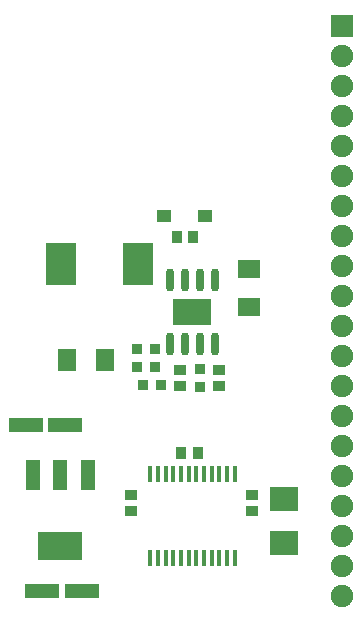
<source format=gts>
G04*
G04 #@! TF.GenerationSoftware,Altium Limited,Altium Designer,22.11.1 (43)*
G04*
G04 Layer_Color=8388736*
%FSLAX44Y44*%
%MOMM*%
G71*
G04*
G04 #@! TF.SameCoordinates,30CB15ED-5B5F-4030-944F-8374E8F7CEFA*
G04*
G04*
G04 #@! TF.FilePolarity,Negative*
G04*
G01*
G75*
%ADD29O,0.4096X1.4256*%
%ADD30R,0.9656X0.9081*%
%ADD31R,1.0016X0.9016*%
%ADD32R,2.4776X2.0016*%
%ADD33R,2.9016X1.2016*%
%ADD34R,1.2016X2.6016*%
%ADD35R,3.7016X2.4416*%
%ADD36R,2.5256X3.5216*%
%ADD37R,0.9081X0.9656*%
%ADD38R,1.5866X1.8296*%
%ADD39R,0.9016X1.0016*%
%ADD40R,3.2000X2.3000*%
%ADD41O,0.7316X1.9666*%
%ADD42R,1.2016X1.1016*%
%ADD43R,1.8296X1.5866*%
%ADD44C,1.9016*%
%ADD45R,1.9025X1.9025*%
D29*
X-744410Y-91031D02*
D03*
X-737911D02*
D03*
X-731411D02*
D03*
X-724911D02*
D03*
X-718411D02*
D03*
X-711909D02*
D03*
X-705409D02*
D03*
X-698909D02*
D03*
X-692409D02*
D03*
X-685909D02*
D03*
X-679409D02*
D03*
X-672909D02*
D03*
X-744410Y-19789D02*
D03*
X-737911D02*
D03*
X-731411D02*
D03*
X-724911D02*
D03*
X-718411D02*
D03*
X-711909D02*
D03*
X-705409D02*
D03*
X-698909D02*
D03*
X-692409D02*
D03*
X-685909D02*
D03*
X-679409D02*
D03*
X-672909D02*
D03*
D30*
X-702310Y53896D02*
D03*
Y68964D02*
D03*
D31*
X-657860Y-51450D02*
D03*
Y-37450D02*
D03*
X-760730D02*
D03*
Y-51450D02*
D03*
X-718820Y54430D02*
D03*
Y68430D02*
D03*
X-685800Y54430D02*
D03*
Y68430D02*
D03*
D32*
X-631190Y-78677D02*
D03*
Y-40704D02*
D03*
D33*
X-802383Y-119070D02*
D03*
X-835596D02*
D03*
X-849726Y21590D02*
D03*
X-816514D02*
D03*
D34*
X-797420Y-21100D02*
D03*
X-820420D02*
D03*
X-843420D02*
D03*
D35*
X-820420Y-80500D02*
D03*
D36*
X-820181Y157950D02*
D03*
X-754619D02*
D03*
D37*
X-740496Y70320D02*
D03*
X-755564D02*
D03*
X-735416Y55080D02*
D03*
X-750484D02*
D03*
X-740496Y85560D02*
D03*
X-755564D02*
D03*
D38*
X-782904Y76670D02*
D03*
X-814756D02*
D03*
D39*
X-704200Y-2540D02*
D03*
X-718200D02*
D03*
X-722010Y180810D02*
D03*
X-708010D02*
D03*
D40*
X-708660Y117310D02*
D03*
D41*
X-689610Y144135D02*
D03*
X-702310D02*
D03*
X-715010D02*
D03*
X-727710D02*
D03*
X-689610Y90485D02*
D03*
X-702310D02*
D03*
X-715010D02*
D03*
X-727710D02*
D03*
D42*
X-732359Y198590D02*
D03*
X-697661D02*
D03*
D43*
X-660400Y121704D02*
D03*
Y153556D02*
D03*
D44*
X-581660Y-123190D02*
D03*
Y-97790D02*
D03*
Y-72390D02*
D03*
Y-46990D02*
D03*
Y-21590D02*
D03*
Y3810D02*
D03*
Y29210D02*
D03*
Y54610D02*
D03*
Y80010D02*
D03*
Y105410D02*
D03*
Y130810D02*
D03*
Y156210D02*
D03*
Y181610D02*
D03*
Y207010D02*
D03*
Y232410D02*
D03*
Y257810D02*
D03*
Y283210D02*
D03*
Y308610D02*
D03*
Y334010D02*
D03*
D45*
Y359410D02*
D03*
M02*

</source>
